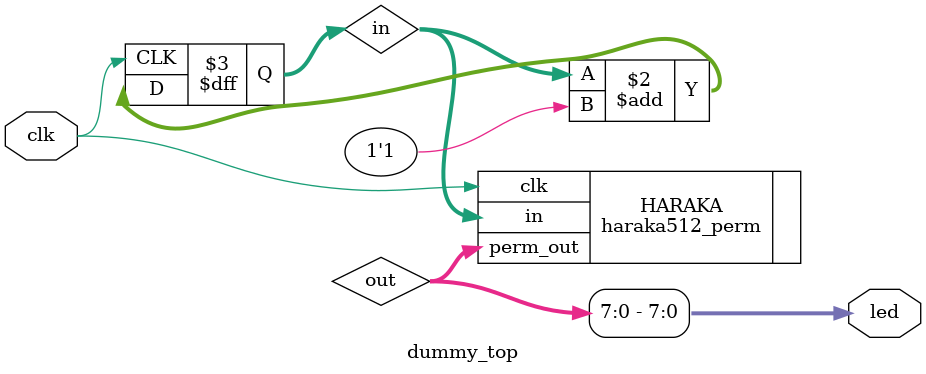
<source format=v>
`timescale 1ns / 1ps


module dummy_top(
input clk,
output [7:0] led
    );
 wire [511:0] out;
 reg [511:0] in;
 
    haraka512_perm HARAKA(
    .clk(clk),
    .in(in),
    .perm_out(out)
    );
    
 assign led = out[7:0];
 
 always @ (posedge clk)
	begin
	  in <= in +1'b1;
	   
	       
	   
	end
endmodule

</source>
